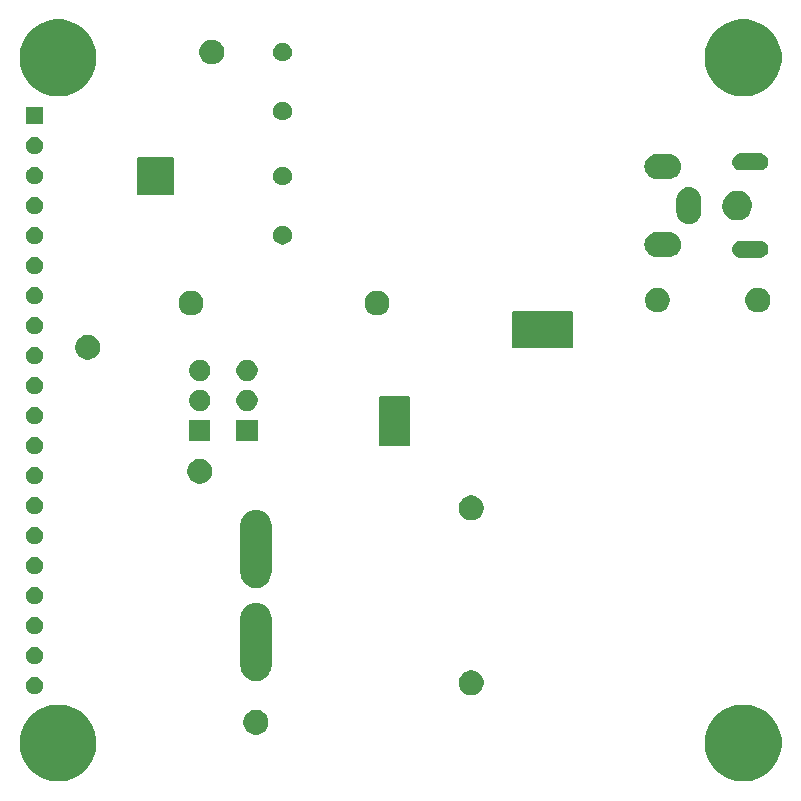
<source format=gbr>
G04 #@! TF.GenerationSoftware,KiCad,Pcbnew,(5.1.6)-1*
G04 #@! TF.CreationDate,2020-11-06T20:10:37-08:00*
G04 #@! TF.ProjectId,IRIS-power,49524953-2d70-46f7-9765-722e6b696361,rev?*
G04 #@! TF.SameCoordinates,Original*
G04 #@! TF.FileFunction,Soldermask,Bot*
G04 #@! TF.FilePolarity,Negative*
%FSLAX46Y46*%
G04 Gerber Fmt 4.6, Leading zero omitted, Abs format (unit mm)*
G04 Created by KiCad (PCBNEW (5.1.6)-1) date 2020-11-06 20:10:37*
%MOMM*%
%LPD*%
G01*
G04 APERTURE LIST*
%ADD10C,0.200000*%
%ADD11C,0.100000*%
G04 APERTURE END LIST*
D10*
G36*
X33250000Y-3750000D02*
G01*
X30750000Y-3750000D01*
X30750000Y250000D01*
X33250000Y250000D01*
X33250000Y-3750000D01*
G37*
X33250000Y-3750000D02*
X30750000Y-3750000D01*
X30750000Y250000D01*
X33250000Y250000D01*
X33250000Y-3750000D01*
G36*
X13250000Y17500000D02*
G01*
X10250000Y17500000D01*
X10250000Y20500000D01*
X13250000Y20500000D01*
X13250000Y17500000D01*
G37*
X13250000Y17500000D02*
X10250000Y17500000D01*
X10250000Y20500000D01*
X13250000Y20500000D01*
X13250000Y17500000D01*
G36*
X47000000Y4500000D02*
G01*
X42000000Y4500000D01*
X42000000Y7500000D01*
X47000000Y7500000D01*
X47000000Y4500000D01*
G37*
X47000000Y4500000D02*
X42000000Y4500000D01*
X42000000Y7500000D01*
X47000000Y7500000D01*
X47000000Y4500000D01*
D11*
G36*
X62134239Y-25811467D02*
G01*
X62448282Y-25873934D01*
X63039926Y-26119001D01*
X63338670Y-26318616D01*
X63572391Y-26474783D01*
X64025217Y-26927609D01*
X64035792Y-26943436D01*
X64380999Y-27460074D01*
X64571495Y-27919973D01*
X64626066Y-28051719D01*
X64751000Y-28679803D01*
X64751000Y-29320197D01*
X64688533Y-29634239D01*
X64626066Y-29948282D01*
X64380999Y-30539926D01*
X64025216Y-31072392D01*
X63572392Y-31525216D01*
X63039926Y-31880999D01*
X62448282Y-32126066D01*
X62134239Y-32188533D01*
X61820197Y-32251000D01*
X61179803Y-32251000D01*
X60865761Y-32188533D01*
X60551718Y-32126066D01*
X59960074Y-31880999D01*
X59427608Y-31525216D01*
X58974784Y-31072392D01*
X58619001Y-30539926D01*
X58373934Y-29948282D01*
X58311467Y-29634239D01*
X58249000Y-29320197D01*
X58249000Y-28679803D01*
X58373934Y-28051719D01*
X58428505Y-27919973D01*
X58619001Y-27460074D01*
X58964208Y-26943436D01*
X58974783Y-26927609D01*
X59427609Y-26474783D01*
X59661330Y-26318616D01*
X59960074Y-26119001D01*
X60551718Y-25873934D01*
X60865761Y-25811467D01*
X61179803Y-25749000D01*
X61820197Y-25749000D01*
X62134239Y-25811467D01*
G37*
G36*
X4134239Y-25811467D02*
G01*
X4448282Y-25873934D01*
X5039926Y-26119001D01*
X5338670Y-26318616D01*
X5572391Y-26474783D01*
X6025217Y-26927609D01*
X6035792Y-26943436D01*
X6380999Y-27460074D01*
X6571495Y-27919973D01*
X6626066Y-28051719D01*
X6751000Y-28679803D01*
X6751000Y-29320197D01*
X6688533Y-29634239D01*
X6626066Y-29948282D01*
X6380999Y-30539926D01*
X6025216Y-31072392D01*
X5572392Y-31525216D01*
X5039926Y-31880999D01*
X4448282Y-32126066D01*
X4134239Y-32188533D01*
X3820197Y-32251000D01*
X3179803Y-32251000D01*
X2865761Y-32188533D01*
X2551718Y-32126066D01*
X1960074Y-31880999D01*
X1427608Y-31525216D01*
X974784Y-31072392D01*
X619001Y-30539926D01*
X373934Y-29948282D01*
X311467Y-29634239D01*
X249000Y-29320197D01*
X249000Y-28679803D01*
X373934Y-28051719D01*
X428505Y-27919973D01*
X619001Y-27460074D01*
X964208Y-26943436D01*
X974783Y-26927609D01*
X1427609Y-26474783D01*
X1661330Y-26318616D01*
X1960074Y-26119001D01*
X2551718Y-25873934D01*
X2865761Y-25811467D01*
X3179803Y-25749000D01*
X3820197Y-25749000D01*
X4134239Y-25811467D01*
G37*
G36*
X20556564Y-26239389D02*
G01*
X20747833Y-26318615D01*
X20747835Y-26318616D01*
X20849237Y-26386371D01*
X20919973Y-26433635D01*
X21066365Y-26580027D01*
X21181385Y-26752167D01*
X21260611Y-26943436D01*
X21301000Y-27146484D01*
X21301000Y-27353516D01*
X21260611Y-27556564D01*
X21246579Y-27590440D01*
X21181384Y-27747835D01*
X21066365Y-27919973D01*
X20919973Y-28066365D01*
X20747835Y-28181384D01*
X20747834Y-28181385D01*
X20747833Y-28181385D01*
X20556564Y-28260611D01*
X20353516Y-28301000D01*
X20146484Y-28301000D01*
X19943436Y-28260611D01*
X19752167Y-28181385D01*
X19752166Y-28181385D01*
X19752165Y-28181384D01*
X19580027Y-28066365D01*
X19433635Y-27919973D01*
X19318616Y-27747835D01*
X19253421Y-27590440D01*
X19239389Y-27556564D01*
X19199000Y-27353516D01*
X19199000Y-27146484D01*
X19239389Y-26943436D01*
X19318615Y-26752167D01*
X19433635Y-26580027D01*
X19580027Y-26433635D01*
X19650763Y-26386371D01*
X19752165Y-26318616D01*
X19752167Y-26318615D01*
X19943436Y-26239389D01*
X20146484Y-26199000D01*
X20353516Y-26199000D01*
X20556564Y-26239389D01*
G37*
G36*
X38786564Y-22889389D02*
G01*
X38977833Y-22968615D01*
X38977835Y-22968616D01*
X39149973Y-23083635D01*
X39296365Y-23230027D01*
X39381077Y-23356807D01*
X39411385Y-23402167D01*
X39490611Y-23593436D01*
X39531000Y-23796484D01*
X39531000Y-24003516D01*
X39490611Y-24206564D01*
X39433401Y-24344682D01*
X39411384Y-24397835D01*
X39296365Y-24569973D01*
X39149973Y-24716365D01*
X38977835Y-24831384D01*
X38977834Y-24831385D01*
X38977833Y-24831385D01*
X38786564Y-24910611D01*
X38583516Y-24951000D01*
X38376484Y-24951000D01*
X38173436Y-24910611D01*
X37982167Y-24831385D01*
X37982166Y-24831385D01*
X37982165Y-24831384D01*
X37810027Y-24716365D01*
X37663635Y-24569973D01*
X37548616Y-24397835D01*
X37526599Y-24344682D01*
X37469389Y-24206564D01*
X37429000Y-24003516D01*
X37429000Y-23796484D01*
X37469389Y-23593436D01*
X37548615Y-23402167D01*
X37578924Y-23356807D01*
X37663635Y-23230027D01*
X37810027Y-23083635D01*
X37982165Y-22968616D01*
X37982167Y-22968615D01*
X38173436Y-22889389D01*
X38376484Y-22849000D01*
X38583516Y-22849000D01*
X38786564Y-22889389D01*
G37*
G36*
X1643586Y-23408142D02*
G01*
X1714683Y-23422284D01*
X1848627Y-23477765D01*
X1848628Y-23477766D01*
X1969170Y-23558309D01*
X2071691Y-23660830D01*
X2111284Y-23720086D01*
X2152235Y-23781373D01*
X2207716Y-23915317D01*
X2207716Y-23915318D01*
X2236000Y-24057509D01*
X2236000Y-24202491D01*
X2207716Y-24344683D01*
X2152235Y-24478627D01*
X2152234Y-24478628D01*
X2071691Y-24599170D01*
X1969170Y-24701691D01*
X1878763Y-24762098D01*
X1848627Y-24782235D01*
X1714683Y-24837716D01*
X1572491Y-24866000D01*
X1427509Y-24866000D01*
X1285317Y-24837716D01*
X1151373Y-24782235D01*
X1121237Y-24762098D01*
X1030830Y-24701691D01*
X928309Y-24599170D01*
X847766Y-24478628D01*
X847765Y-24478627D01*
X792284Y-24344683D01*
X764000Y-24202491D01*
X764000Y-24057509D01*
X792284Y-23915318D01*
X792284Y-23915317D01*
X847765Y-23781373D01*
X888716Y-23720086D01*
X928309Y-23660830D01*
X1030830Y-23558309D01*
X1151372Y-23477766D01*
X1151373Y-23477765D01*
X1285317Y-23422284D01*
X1356414Y-23408142D01*
X1427509Y-23394000D01*
X1572491Y-23394000D01*
X1643586Y-23408142D01*
G37*
G36*
X20508961Y-17153914D02*
G01*
X20757971Y-17229451D01*
X20757973Y-17229452D01*
X20987458Y-17352114D01*
X21188608Y-17517192D01*
X21353685Y-17718341D01*
X21476349Y-17947829D01*
X21551886Y-18196839D01*
X21571000Y-18390910D01*
X21571000Y-22483090D01*
X21551886Y-22677161D01*
X21487506Y-22889390D01*
X21476348Y-22926173D01*
X21353686Y-23155659D01*
X21188607Y-23356807D01*
X20987457Y-23521886D01*
X20853596Y-23593436D01*
X20757970Y-23644549D01*
X20508960Y-23720086D01*
X20250000Y-23745591D01*
X19991039Y-23720086D01*
X19742029Y-23644549D01*
X19646403Y-23593436D01*
X19512541Y-23521886D01*
X19311393Y-23356807D01*
X19146314Y-23155657D01*
X19023652Y-22926172D01*
X19000242Y-22849000D01*
X18948114Y-22677160D01*
X18929000Y-22483089D01*
X18929001Y-18390910D01*
X18948115Y-18196839D01*
X19023652Y-17947829D01*
X19146316Y-17718341D01*
X19311393Y-17517192D01*
X19512543Y-17352114D01*
X19742028Y-17229452D01*
X19742030Y-17229451D01*
X19991040Y-17153914D01*
X20250000Y-17128409D01*
X20508961Y-17153914D01*
G37*
G36*
X1643586Y-20868142D02*
G01*
X1714683Y-20882284D01*
X1848627Y-20937765D01*
X1848628Y-20937766D01*
X1969170Y-21018309D01*
X2071691Y-21120830D01*
X2132098Y-21211236D01*
X2152235Y-21241373D01*
X2207716Y-21375317D01*
X2236000Y-21517510D01*
X2236000Y-21662490D01*
X2207716Y-21804683D01*
X2152235Y-21938627D01*
X2152234Y-21938628D01*
X2071691Y-22059170D01*
X1969170Y-22161691D01*
X1878763Y-22222098D01*
X1848627Y-22242235D01*
X1714683Y-22297716D01*
X1572491Y-22326000D01*
X1427509Y-22326000D01*
X1285317Y-22297716D01*
X1151373Y-22242235D01*
X1121236Y-22222098D01*
X1030830Y-22161691D01*
X928309Y-22059170D01*
X847766Y-21938628D01*
X847765Y-21938627D01*
X792284Y-21804683D01*
X764000Y-21662490D01*
X764000Y-21517510D01*
X792284Y-21375317D01*
X847765Y-21241373D01*
X867902Y-21211236D01*
X928309Y-21120830D01*
X1030830Y-21018309D01*
X1151372Y-20937766D01*
X1151373Y-20937765D01*
X1285317Y-20882284D01*
X1356414Y-20868142D01*
X1427509Y-20854000D01*
X1572491Y-20854000D01*
X1643586Y-20868142D01*
G37*
G36*
X1714683Y-18342284D02*
G01*
X1848627Y-18397765D01*
X1848628Y-18397766D01*
X1969170Y-18478309D01*
X2071691Y-18580830D01*
X2132098Y-18671236D01*
X2152235Y-18701373D01*
X2207716Y-18835317D01*
X2236000Y-18977510D01*
X2236000Y-19122490D01*
X2207716Y-19264683D01*
X2152235Y-19398627D01*
X2152234Y-19398628D01*
X2071691Y-19519170D01*
X1969170Y-19621691D01*
X1878763Y-19682098D01*
X1848627Y-19702235D01*
X1714683Y-19757716D01*
X1643586Y-19771858D01*
X1572491Y-19786000D01*
X1427509Y-19786000D01*
X1356414Y-19771858D01*
X1285317Y-19757716D01*
X1151373Y-19702235D01*
X1121237Y-19682098D01*
X1030830Y-19621691D01*
X928309Y-19519170D01*
X847766Y-19398628D01*
X847765Y-19398627D01*
X792284Y-19264683D01*
X764000Y-19122490D01*
X764000Y-18977510D01*
X792284Y-18835317D01*
X847765Y-18701373D01*
X867902Y-18671236D01*
X928309Y-18580830D01*
X1030830Y-18478309D01*
X1151372Y-18397766D01*
X1151373Y-18397765D01*
X1285317Y-18342284D01*
X1427509Y-18314000D01*
X1572491Y-18314000D01*
X1714683Y-18342284D01*
G37*
G36*
X1714683Y-15802284D02*
G01*
X1848627Y-15857765D01*
X1848628Y-15857766D01*
X1969170Y-15938309D01*
X2071691Y-16040830D01*
X2132098Y-16131236D01*
X2152235Y-16161373D01*
X2207716Y-16295317D01*
X2236000Y-16437510D01*
X2236000Y-16582490D01*
X2207716Y-16724683D01*
X2152235Y-16858627D01*
X2152234Y-16858628D01*
X2071691Y-16979170D01*
X1969170Y-17081691D01*
X1899251Y-17128409D01*
X1848627Y-17162235D01*
X1714683Y-17217716D01*
X1655687Y-17229451D01*
X1572491Y-17246000D01*
X1427509Y-17246000D01*
X1344313Y-17229451D01*
X1285317Y-17217716D01*
X1151373Y-17162235D01*
X1100749Y-17128409D01*
X1030830Y-17081691D01*
X928309Y-16979170D01*
X847766Y-16858628D01*
X847765Y-16858627D01*
X792284Y-16724683D01*
X764000Y-16582490D01*
X764000Y-16437510D01*
X792284Y-16295317D01*
X847765Y-16161373D01*
X867902Y-16131236D01*
X928309Y-16040830D01*
X1030830Y-15938309D01*
X1151372Y-15857766D01*
X1151373Y-15857765D01*
X1285317Y-15802284D01*
X1427509Y-15774000D01*
X1572491Y-15774000D01*
X1714683Y-15802284D01*
G37*
G36*
X20508961Y-9279914D02*
G01*
X20757971Y-9355451D01*
X20757973Y-9355452D01*
X20987458Y-9478114D01*
X21188608Y-9643192D01*
X21353685Y-9844341D01*
X21476349Y-10073829D01*
X21551886Y-10322839D01*
X21551886Y-10322841D01*
X21571000Y-10516909D01*
X21571000Y-14609091D01*
X21569705Y-14622235D01*
X21551886Y-14803161D01*
X21476349Y-15052170D01*
X21476348Y-15052173D01*
X21353686Y-15281659D01*
X21188607Y-15482807D01*
X20987457Y-15647886D01*
X20757972Y-15770548D01*
X20757970Y-15770549D01*
X20508960Y-15846086D01*
X20250000Y-15871591D01*
X19991039Y-15846086D01*
X19742029Y-15770549D01*
X19742027Y-15770548D01*
X19512541Y-15647886D01*
X19311393Y-15482807D01*
X19146314Y-15281657D01*
X19023652Y-15052172D01*
X19023651Y-15052170D01*
X18948114Y-14803160D01*
X18929000Y-14609089D01*
X18929001Y-10516910D01*
X18948115Y-10322839D01*
X19023652Y-10073829D01*
X19146316Y-9844341D01*
X19311393Y-9643192D01*
X19512543Y-9478114D01*
X19742028Y-9355452D01*
X19742030Y-9355451D01*
X19991040Y-9279914D01*
X20250000Y-9254409D01*
X20508961Y-9279914D01*
G37*
G36*
X1643586Y-13248142D02*
G01*
X1714683Y-13262284D01*
X1848627Y-13317765D01*
X1848628Y-13317766D01*
X1969170Y-13398309D01*
X2071691Y-13500830D01*
X2132098Y-13591236D01*
X2152235Y-13621373D01*
X2207716Y-13755317D01*
X2236000Y-13897510D01*
X2236000Y-14042490D01*
X2207716Y-14184683D01*
X2152235Y-14318627D01*
X2152234Y-14318628D01*
X2071691Y-14439170D01*
X1969170Y-14541691D01*
X1878764Y-14602098D01*
X1848627Y-14622235D01*
X1714683Y-14677716D01*
X1643586Y-14691858D01*
X1572491Y-14706000D01*
X1427509Y-14706000D01*
X1356414Y-14691858D01*
X1285317Y-14677716D01*
X1151373Y-14622235D01*
X1121236Y-14602098D01*
X1030830Y-14541691D01*
X928309Y-14439170D01*
X847766Y-14318628D01*
X847765Y-14318627D01*
X792284Y-14184683D01*
X764000Y-14042490D01*
X764000Y-13897510D01*
X792284Y-13755317D01*
X847765Y-13621373D01*
X867902Y-13591236D01*
X928309Y-13500830D01*
X1030830Y-13398309D01*
X1151372Y-13317766D01*
X1151373Y-13317765D01*
X1285317Y-13262284D01*
X1356414Y-13248142D01*
X1427509Y-13234000D01*
X1572491Y-13234000D01*
X1643586Y-13248142D01*
G37*
G36*
X1714683Y-10722284D02*
G01*
X1848627Y-10777765D01*
X1848628Y-10777766D01*
X1969170Y-10858309D01*
X2071691Y-10960830D01*
X2132098Y-11051236D01*
X2152235Y-11081373D01*
X2207716Y-11215317D01*
X2236000Y-11357510D01*
X2236000Y-11502490D01*
X2207716Y-11644683D01*
X2152235Y-11778627D01*
X2152234Y-11778628D01*
X2071691Y-11899170D01*
X1969170Y-12001691D01*
X1878763Y-12062098D01*
X1848627Y-12082235D01*
X1714683Y-12137716D01*
X1643586Y-12151858D01*
X1572491Y-12166000D01*
X1427509Y-12166000D01*
X1356414Y-12151858D01*
X1285317Y-12137716D01*
X1151373Y-12082235D01*
X1121237Y-12062098D01*
X1030830Y-12001691D01*
X928309Y-11899170D01*
X847766Y-11778628D01*
X847765Y-11778627D01*
X792284Y-11644683D01*
X764000Y-11502490D01*
X764000Y-11357510D01*
X792284Y-11215317D01*
X847765Y-11081373D01*
X867902Y-11051236D01*
X928309Y-10960830D01*
X1030830Y-10858309D01*
X1151372Y-10777766D01*
X1151373Y-10777765D01*
X1285317Y-10722284D01*
X1427509Y-10694000D01*
X1572491Y-10694000D01*
X1714683Y-10722284D01*
G37*
G36*
X38786564Y-8089389D02*
G01*
X38942549Y-8154000D01*
X38977835Y-8168616D01*
X39081324Y-8237765D01*
X39149973Y-8283635D01*
X39296365Y-8430027D01*
X39411385Y-8602167D01*
X39490611Y-8793436D01*
X39531000Y-8996484D01*
X39531000Y-9203516D01*
X39490611Y-9406564D01*
X39434415Y-9542234D01*
X39411384Y-9597835D01*
X39296365Y-9769973D01*
X39149973Y-9916365D01*
X38977835Y-10031384D01*
X38977834Y-10031385D01*
X38977833Y-10031385D01*
X38786564Y-10110611D01*
X38583516Y-10151000D01*
X38376484Y-10151000D01*
X38173436Y-10110611D01*
X37982167Y-10031385D01*
X37982166Y-10031385D01*
X37982165Y-10031384D01*
X37810027Y-9916365D01*
X37663635Y-9769973D01*
X37548616Y-9597835D01*
X37525585Y-9542234D01*
X37469389Y-9406564D01*
X37429000Y-9203516D01*
X37429000Y-8996484D01*
X37469389Y-8793436D01*
X37548615Y-8602167D01*
X37663635Y-8430027D01*
X37810027Y-8283635D01*
X37878676Y-8237765D01*
X37982165Y-8168616D01*
X38017451Y-8154000D01*
X38173436Y-8089389D01*
X38376484Y-8049000D01*
X38583516Y-8049000D01*
X38786564Y-8089389D01*
G37*
G36*
X1714683Y-8182284D02*
G01*
X1848627Y-8237765D01*
X1848628Y-8237766D01*
X1969170Y-8318309D01*
X2071691Y-8420830D01*
X2132098Y-8511236D01*
X2152235Y-8541373D01*
X2207716Y-8675317D01*
X2207716Y-8675318D01*
X2231212Y-8793436D01*
X2236000Y-8817510D01*
X2236000Y-8962490D01*
X2207716Y-9104683D01*
X2152235Y-9238627D01*
X2152234Y-9238628D01*
X2071691Y-9359170D01*
X1969170Y-9461691D01*
X1878763Y-9522098D01*
X1848627Y-9542235D01*
X1714683Y-9597716D01*
X1643586Y-9611858D01*
X1572491Y-9626000D01*
X1427509Y-9626000D01*
X1356414Y-9611858D01*
X1285317Y-9597716D01*
X1151373Y-9542235D01*
X1121237Y-9522098D01*
X1030830Y-9461691D01*
X928309Y-9359170D01*
X847766Y-9238628D01*
X847765Y-9238627D01*
X792284Y-9104683D01*
X764000Y-8962490D01*
X764000Y-8817510D01*
X768789Y-8793436D01*
X792284Y-8675318D01*
X792284Y-8675317D01*
X847765Y-8541373D01*
X867902Y-8511236D01*
X928309Y-8420830D01*
X1030830Y-8318309D01*
X1151372Y-8237766D01*
X1151373Y-8237765D01*
X1285317Y-8182284D01*
X1427509Y-8154000D01*
X1572491Y-8154000D01*
X1714683Y-8182284D01*
G37*
G36*
X1714683Y-5642284D02*
G01*
X1848627Y-5697765D01*
X1848628Y-5697766D01*
X1969170Y-5778309D01*
X2071691Y-5880830D01*
X2132098Y-5971236D01*
X2152235Y-6001373D01*
X2207716Y-6135317D01*
X2236000Y-6277510D01*
X2236000Y-6422490D01*
X2207716Y-6564683D01*
X2152235Y-6698627D01*
X2152234Y-6698628D01*
X2071691Y-6819170D01*
X1969170Y-6921691D01*
X1878764Y-6982098D01*
X1848627Y-7002235D01*
X1714683Y-7057716D01*
X1643586Y-7071858D01*
X1572491Y-7086000D01*
X1427509Y-7086000D01*
X1356414Y-7071858D01*
X1285317Y-7057716D01*
X1151373Y-7002235D01*
X1121236Y-6982098D01*
X1030830Y-6921691D01*
X928309Y-6819170D01*
X847766Y-6698628D01*
X847765Y-6698627D01*
X792284Y-6564683D01*
X764000Y-6422490D01*
X764000Y-6277510D01*
X792284Y-6135317D01*
X847765Y-6001373D01*
X867902Y-5971237D01*
X928309Y-5880830D01*
X1030830Y-5778309D01*
X1151372Y-5697766D01*
X1151373Y-5697765D01*
X1285317Y-5642284D01*
X1427509Y-5614000D01*
X1572491Y-5614000D01*
X1714683Y-5642284D01*
G37*
G36*
X15806564Y-4989389D02*
G01*
X15997833Y-5068615D01*
X15997835Y-5068616D01*
X16169973Y-5183635D01*
X16316365Y-5330027D01*
X16431385Y-5502167D01*
X16510611Y-5693436D01*
X16551000Y-5896484D01*
X16551000Y-6103516D01*
X16510611Y-6306564D01*
X16431385Y-6497833D01*
X16431384Y-6497835D01*
X16316365Y-6669973D01*
X16169973Y-6816365D01*
X15997835Y-6931384D01*
X15997834Y-6931385D01*
X15997833Y-6931385D01*
X15806564Y-7010611D01*
X15603516Y-7051000D01*
X15396484Y-7051000D01*
X15193436Y-7010611D01*
X15002167Y-6931385D01*
X15002166Y-6931385D01*
X15002165Y-6931384D01*
X14830027Y-6816365D01*
X14683635Y-6669973D01*
X14568616Y-6497835D01*
X14568615Y-6497833D01*
X14489389Y-6306564D01*
X14449000Y-6103516D01*
X14449000Y-5896484D01*
X14489389Y-5693436D01*
X14568615Y-5502167D01*
X14683635Y-5330027D01*
X14830027Y-5183635D01*
X15002165Y-5068616D01*
X15002167Y-5068615D01*
X15193436Y-4989389D01*
X15396484Y-4949000D01*
X15603516Y-4949000D01*
X15806564Y-4989389D01*
G37*
G36*
X1643586Y-3088142D02*
G01*
X1714683Y-3102284D01*
X1848627Y-3157765D01*
X1848628Y-3157766D01*
X1969170Y-3238309D01*
X2071691Y-3340830D01*
X2132098Y-3431236D01*
X2152235Y-3461373D01*
X2207716Y-3595317D01*
X2236000Y-3737510D01*
X2236000Y-3882490D01*
X2207716Y-4024683D01*
X2152235Y-4158627D01*
X2152234Y-4158628D01*
X2071691Y-4279170D01*
X1969170Y-4381691D01*
X1878763Y-4442098D01*
X1848627Y-4462235D01*
X1714683Y-4517716D01*
X1643586Y-4531858D01*
X1572491Y-4546000D01*
X1427509Y-4546000D01*
X1356414Y-4531858D01*
X1285317Y-4517716D01*
X1151373Y-4462235D01*
X1121236Y-4442098D01*
X1030830Y-4381691D01*
X928309Y-4279170D01*
X847766Y-4158628D01*
X847765Y-4158627D01*
X792284Y-4024683D01*
X764000Y-3882490D01*
X764000Y-3737510D01*
X792284Y-3595317D01*
X847765Y-3461373D01*
X867902Y-3431236D01*
X928309Y-3340830D01*
X1030830Y-3238309D01*
X1151372Y-3157766D01*
X1151373Y-3157765D01*
X1285317Y-3102284D01*
X1356414Y-3088142D01*
X1427509Y-3074000D01*
X1572491Y-3074000D01*
X1643586Y-3088142D01*
G37*
G36*
X20401000Y-3441000D02*
G01*
X18599000Y-3441000D01*
X18599000Y-1639000D01*
X20401000Y-1639000D01*
X20401000Y-3441000D01*
G37*
G36*
X16401000Y-3441000D02*
G01*
X14599000Y-3441000D01*
X14599000Y-1639000D01*
X16401000Y-1639000D01*
X16401000Y-3441000D01*
G37*
G36*
X1643586Y-548142D02*
G01*
X1714683Y-562284D01*
X1848627Y-617765D01*
X1848628Y-617766D01*
X1969170Y-698309D01*
X2071691Y-800830D01*
X2115486Y-866375D01*
X2152235Y-921373D01*
X2207716Y-1055317D01*
X2236000Y-1197510D01*
X2236000Y-1342490D01*
X2207716Y-1484683D01*
X2152235Y-1618627D01*
X2152234Y-1618628D01*
X2071691Y-1739170D01*
X1969170Y-1841691D01*
X1878763Y-1902098D01*
X1848627Y-1922235D01*
X1714683Y-1977716D01*
X1643586Y-1991858D01*
X1572491Y-2006000D01*
X1427509Y-2006000D01*
X1356414Y-1991858D01*
X1285317Y-1977716D01*
X1151373Y-1922235D01*
X1121236Y-1902098D01*
X1030830Y-1841691D01*
X928309Y-1739170D01*
X847766Y-1618628D01*
X847765Y-1618627D01*
X792284Y-1484683D01*
X764000Y-1342490D01*
X764000Y-1197510D01*
X792284Y-1055317D01*
X847765Y-921373D01*
X884514Y-866375D01*
X928309Y-800830D01*
X1030830Y-698309D01*
X1151372Y-617766D01*
X1151373Y-617765D01*
X1285317Y-562284D01*
X1356414Y-548142D01*
X1427509Y-534000D01*
X1572491Y-534000D01*
X1643586Y-548142D01*
G37*
G36*
X19613512Y896073D02*
G01*
X19762812Y866376D01*
X19926784Y798456D01*
X20074354Y699853D01*
X20199853Y574354D01*
X20298456Y426784D01*
X20366376Y262812D01*
X20401000Y88741D01*
X20401000Y-88741D01*
X20366376Y-262812D01*
X20298456Y-426784D01*
X20199853Y-574354D01*
X20074354Y-699853D01*
X19926784Y-798456D01*
X19762812Y-866376D01*
X19613512Y-896073D01*
X19588742Y-901000D01*
X19411258Y-901000D01*
X19386488Y-896073D01*
X19237188Y-866376D01*
X19073216Y-798456D01*
X18925646Y-699853D01*
X18800147Y-574354D01*
X18701544Y-426784D01*
X18633624Y-262812D01*
X18599000Y-88741D01*
X18599000Y88741D01*
X18633624Y262812D01*
X18701544Y426784D01*
X18800147Y574354D01*
X18925646Y699853D01*
X19073216Y798456D01*
X19237188Y866376D01*
X19386488Y896073D01*
X19411258Y901000D01*
X19588742Y901000D01*
X19613512Y896073D01*
G37*
G36*
X15613512Y896073D02*
G01*
X15762812Y866376D01*
X15926784Y798456D01*
X16074354Y699853D01*
X16199853Y574354D01*
X16298456Y426784D01*
X16366376Y262812D01*
X16401000Y88741D01*
X16401000Y-88741D01*
X16366376Y-262812D01*
X16298456Y-426784D01*
X16199853Y-574354D01*
X16074354Y-699853D01*
X15926784Y-798456D01*
X15762812Y-866376D01*
X15613512Y-896073D01*
X15588742Y-901000D01*
X15411258Y-901000D01*
X15386488Y-896073D01*
X15237188Y-866376D01*
X15073216Y-798456D01*
X14925646Y-699853D01*
X14800147Y-574354D01*
X14701544Y-426784D01*
X14633624Y-262812D01*
X14599000Y-88741D01*
X14599000Y88741D01*
X14633624Y262812D01*
X14701544Y426784D01*
X14800147Y574354D01*
X14925646Y699853D01*
X15073216Y798456D01*
X15237188Y866376D01*
X15386488Y896073D01*
X15411258Y901000D01*
X15588742Y901000D01*
X15613512Y896073D01*
G37*
G36*
X1643586Y1991858D02*
G01*
X1714683Y1977716D01*
X1848627Y1922235D01*
X1848628Y1922234D01*
X1969170Y1841691D01*
X2071691Y1739170D01*
X2115486Y1673625D01*
X2152235Y1618627D01*
X2207716Y1484683D01*
X2236000Y1342490D01*
X2236000Y1197510D01*
X2207716Y1055317D01*
X2152235Y921373D01*
X2152234Y921372D01*
X2071691Y800830D01*
X1969170Y698309D01*
X1878764Y637902D01*
X1848627Y617765D01*
X1714683Y562284D01*
X1643586Y548142D01*
X1572491Y534000D01*
X1427509Y534000D01*
X1356414Y548142D01*
X1285317Y562284D01*
X1151373Y617765D01*
X1121236Y637902D01*
X1030830Y698309D01*
X928309Y800830D01*
X847766Y921372D01*
X847765Y921373D01*
X792284Y1055317D01*
X764000Y1197510D01*
X764000Y1342490D01*
X792284Y1484683D01*
X847765Y1618627D01*
X884514Y1673625D01*
X928309Y1739170D01*
X1030830Y1841691D01*
X1151372Y1922234D01*
X1151373Y1922235D01*
X1285317Y1977716D01*
X1356414Y1991858D01*
X1427509Y2006000D01*
X1572491Y2006000D01*
X1643586Y1991858D01*
G37*
G36*
X19613512Y3436073D02*
G01*
X19762812Y3406376D01*
X19926784Y3338456D01*
X20074354Y3239853D01*
X20199853Y3114354D01*
X20298456Y2966784D01*
X20366376Y2802812D01*
X20401000Y2628741D01*
X20401000Y2451259D01*
X20366376Y2277188D01*
X20298456Y2113216D01*
X20199853Y1965646D01*
X20074354Y1840147D01*
X19926784Y1741544D01*
X19762812Y1673624D01*
X19613512Y1643927D01*
X19588742Y1639000D01*
X19411258Y1639000D01*
X19386488Y1643927D01*
X19237188Y1673624D01*
X19073216Y1741544D01*
X18925646Y1840147D01*
X18800147Y1965646D01*
X18701544Y2113216D01*
X18633624Y2277188D01*
X18599000Y2451259D01*
X18599000Y2628741D01*
X18633624Y2802812D01*
X18701544Y2966784D01*
X18800147Y3114354D01*
X18925646Y3239853D01*
X19073216Y3338456D01*
X19237188Y3406376D01*
X19386488Y3436073D01*
X19411258Y3441000D01*
X19588742Y3441000D01*
X19613512Y3436073D01*
G37*
G36*
X15613512Y3436073D02*
G01*
X15762812Y3406376D01*
X15926784Y3338456D01*
X16074354Y3239853D01*
X16199853Y3114354D01*
X16298456Y2966784D01*
X16366376Y2802812D01*
X16401000Y2628741D01*
X16401000Y2451259D01*
X16366376Y2277188D01*
X16298456Y2113216D01*
X16199853Y1965646D01*
X16074354Y1840147D01*
X15926784Y1741544D01*
X15762812Y1673624D01*
X15613512Y1643927D01*
X15588742Y1639000D01*
X15411258Y1639000D01*
X15386488Y1643927D01*
X15237188Y1673624D01*
X15073216Y1741544D01*
X14925646Y1840147D01*
X14800147Y1965646D01*
X14701544Y2113216D01*
X14633624Y2277188D01*
X14599000Y2451259D01*
X14599000Y2628741D01*
X14633624Y2802812D01*
X14701544Y2966784D01*
X14800147Y3114354D01*
X14925646Y3239853D01*
X15073216Y3338456D01*
X15237188Y3406376D01*
X15386488Y3436073D01*
X15411258Y3441000D01*
X15588742Y3441000D01*
X15613512Y3436073D01*
G37*
G36*
X1643586Y4531858D02*
G01*
X1714683Y4517716D01*
X1848627Y4462235D01*
X1848628Y4462234D01*
X1969170Y4381691D01*
X2071691Y4279170D01*
X2128976Y4193436D01*
X2152235Y4158627D01*
X2207716Y4024683D01*
X2236000Y3882490D01*
X2236000Y3737510D01*
X2207716Y3595317D01*
X2152235Y3461373D01*
X2138622Y3441000D01*
X2071691Y3340830D01*
X1969170Y3238309D01*
X1878764Y3177902D01*
X1848627Y3157765D01*
X1714683Y3102284D01*
X1643586Y3088142D01*
X1572491Y3074000D01*
X1427509Y3074000D01*
X1356414Y3088142D01*
X1285317Y3102284D01*
X1151373Y3157765D01*
X1121236Y3177902D01*
X1030830Y3238309D01*
X928309Y3340830D01*
X861378Y3441000D01*
X847765Y3461373D01*
X792284Y3595317D01*
X764000Y3737510D01*
X764000Y3882490D01*
X792284Y4024683D01*
X847765Y4158627D01*
X871024Y4193436D01*
X928309Y4279170D01*
X1030830Y4381691D01*
X1151372Y4462234D01*
X1151373Y4462235D01*
X1285317Y4517716D01*
X1356414Y4531858D01*
X1427509Y4546000D01*
X1572491Y4546000D01*
X1643586Y4531858D01*
G37*
G36*
X6306564Y5510611D02*
G01*
X6497833Y5431385D01*
X6497835Y5431384D01*
X6669973Y5316365D01*
X6816365Y5169973D01*
X6931385Y4997833D01*
X7010611Y4806564D01*
X7051000Y4603516D01*
X7051000Y4396484D01*
X7010611Y4193436D01*
X6940711Y4024683D01*
X6931384Y4002165D01*
X6816365Y3830027D01*
X6669973Y3683635D01*
X6497835Y3568616D01*
X6497834Y3568615D01*
X6497833Y3568615D01*
X6306564Y3489389D01*
X6103516Y3449000D01*
X5896484Y3449000D01*
X5693436Y3489389D01*
X5502167Y3568615D01*
X5502166Y3568615D01*
X5502165Y3568616D01*
X5330027Y3683635D01*
X5183635Y3830027D01*
X5068616Y4002165D01*
X5059289Y4024683D01*
X4989389Y4193436D01*
X4949000Y4396484D01*
X4949000Y4603516D01*
X4989389Y4806564D01*
X5068615Y4997833D01*
X5183635Y5169973D01*
X5330027Y5316365D01*
X5502165Y5431384D01*
X5502167Y5431385D01*
X5693436Y5510611D01*
X5896484Y5551000D01*
X6103516Y5551000D01*
X6306564Y5510611D01*
G37*
G36*
X1643586Y7071858D02*
G01*
X1714683Y7057716D01*
X1848627Y7002235D01*
X1848628Y7002234D01*
X1969170Y6921691D01*
X2071691Y6819170D01*
X2132098Y6728763D01*
X2152235Y6698627D01*
X2207716Y6564683D01*
X2236000Y6422490D01*
X2236000Y6277510D01*
X2207716Y6135317D01*
X2152235Y6001373D01*
X2152234Y6001372D01*
X2071691Y5880830D01*
X1969170Y5778309D01*
X1878763Y5717902D01*
X1848627Y5697765D01*
X1714683Y5642284D01*
X1572491Y5614000D01*
X1427509Y5614000D01*
X1285317Y5642284D01*
X1151373Y5697765D01*
X1121237Y5717902D01*
X1030830Y5778309D01*
X928309Y5880830D01*
X847766Y6001372D01*
X847765Y6001373D01*
X792284Y6135317D01*
X764000Y6277510D01*
X764000Y6422490D01*
X792284Y6564683D01*
X847765Y6698627D01*
X867902Y6728763D01*
X928309Y6819170D01*
X1030830Y6921691D01*
X1151372Y7002234D01*
X1151373Y7002235D01*
X1285317Y7057716D01*
X1356414Y7071858D01*
X1427509Y7086000D01*
X1572491Y7086000D01*
X1643586Y7071858D01*
G37*
G36*
X15056564Y9260611D02*
G01*
X15247833Y9181385D01*
X15247835Y9181384D01*
X15419973Y9066365D01*
X15566365Y8919973D01*
X15642143Y8806564D01*
X15681385Y8747833D01*
X15760611Y8556564D01*
X15801000Y8353516D01*
X15801000Y8146484D01*
X15760611Y7943436D01*
X15681385Y7752167D01*
X15681384Y7752165D01*
X15566365Y7580027D01*
X15419973Y7433635D01*
X15247835Y7318616D01*
X15247834Y7318615D01*
X15247833Y7318615D01*
X15056564Y7239389D01*
X14853516Y7199000D01*
X14646484Y7199000D01*
X14443436Y7239389D01*
X14252167Y7318615D01*
X14252166Y7318615D01*
X14252165Y7318616D01*
X14080027Y7433635D01*
X13933635Y7580027D01*
X13818616Y7752165D01*
X13818615Y7752167D01*
X13739389Y7943436D01*
X13699000Y8146484D01*
X13699000Y8353516D01*
X13739389Y8556564D01*
X13818615Y8747833D01*
X13857858Y8806564D01*
X13933635Y8919973D01*
X14080027Y9066365D01*
X14252165Y9181384D01*
X14252167Y9181385D01*
X14443436Y9260611D01*
X14646484Y9301000D01*
X14853516Y9301000D01*
X15056564Y9260611D01*
G37*
G36*
X30806564Y9260611D02*
G01*
X30997833Y9181385D01*
X30997835Y9181384D01*
X31169973Y9066365D01*
X31316365Y8919973D01*
X31392143Y8806564D01*
X31431385Y8747833D01*
X31510611Y8556564D01*
X31551000Y8353516D01*
X31551000Y8146484D01*
X31510611Y7943436D01*
X31431385Y7752167D01*
X31431384Y7752165D01*
X31316365Y7580027D01*
X31169973Y7433635D01*
X30997835Y7318616D01*
X30997834Y7318615D01*
X30997833Y7318615D01*
X30806564Y7239389D01*
X30603516Y7199000D01*
X30396484Y7199000D01*
X30193436Y7239389D01*
X30002167Y7318615D01*
X30002166Y7318615D01*
X30002165Y7318616D01*
X29830027Y7433635D01*
X29683635Y7580027D01*
X29568616Y7752165D01*
X29568615Y7752167D01*
X29489389Y7943436D01*
X29449000Y8146484D01*
X29449000Y8353516D01*
X29489389Y8556564D01*
X29568615Y8747833D01*
X29607858Y8806564D01*
X29683635Y8919973D01*
X29830027Y9066365D01*
X30002165Y9181384D01*
X30002167Y9181385D01*
X30193436Y9260611D01*
X30396484Y9301000D01*
X30603516Y9301000D01*
X30806564Y9260611D01*
G37*
G36*
X54556564Y9510611D02*
G01*
X54747833Y9431385D01*
X54747835Y9431384D01*
X54919973Y9316365D01*
X55066365Y9169973D01*
X55135594Y9066365D01*
X55181385Y8997833D01*
X55260611Y8806564D01*
X55301000Y8603516D01*
X55301000Y8396484D01*
X55260611Y8193436D01*
X55181385Y8002167D01*
X55181384Y8002165D01*
X55066365Y7830027D01*
X54919973Y7683635D01*
X54747835Y7568616D01*
X54747834Y7568615D01*
X54747833Y7568615D01*
X54556564Y7489389D01*
X54353516Y7449000D01*
X54146484Y7449000D01*
X53943436Y7489389D01*
X53752167Y7568615D01*
X53752166Y7568615D01*
X53752165Y7568616D01*
X53580027Y7683635D01*
X53433635Y7830027D01*
X53318616Y8002165D01*
X53318615Y8002167D01*
X53239389Y8193436D01*
X53199000Y8396484D01*
X53199000Y8603516D01*
X53239389Y8806564D01*
X53318615Y8997833D01*
X53364407Y9066365D01*
X53433635Y9169973D01*
X53580027Y9316365D01*
X53752165Y9431384D01*
X53752167Y9431385D01*
X53943436Y9510611D01*
X54146484Y9551000D01*
X54353516Y9551000D01*
X54556564Y9510611D01*
G37*
G36*
X63056564Y9510611D02*
G01*
X63247833Y9431385D01*
X63247835Y9431384D01*
X63419973Y9316365D01*
X63566365Y9169973D01*
X63635594Y9066365D01*
X63681385Y8997833D01*
X63760611Y8806564D01*
X63801000Y8603516D01*
X63801000Y8396484D01*
X63760611Y8193436D01*
X63681385Y8002167D01*
X63681384Y8002165D01*
X63566365Y7830027D01*
X63419973Y7683635D01*
X63247835Y7568616D01*
X63247834Y7568615D01*
X63247833Y7568615D01*
X63056564Y7489389D01*
X62853516Y7449000D01*
X62646484Y7449000D01*
X62443436Y7489389D01*
X62252167Y7568615D01*
X62252166Y7568615D01*
X62252165Y7568616D01*
X62080027Y7683635D01*
X61933635Y7830027D01*
X61818616Y8002165D01*
X61818615Y8002167D01*
X61739389Y8193436D01*
X61699000Y8396484D01*
X61699000Y8603516D01*
X61739389Y8806564D01*
X61818615Y8997833D01*
X61864407Y9066365D01*
X61933635Y9169973D01*
X62080027Y9316365D01*
X62252165Y9431384D01*
X62252167Y9431385D01*
X62443436Y9510611D01*
X62646484Y9551000D01*
X62853516Y9551000D01*
X63056564Y9510611D01*
G37*
G36*
X1643586Y9611858D02*
G01*
X1714683Y9597716D01*
X1848627Y9542235D01*
X1848628Y9542234D01*
X1969170Y9461691D01*
X2071691Y9359170D01*
X2132098Y9268763D01*
X2152235Y9238627D01*
X2180672Y9169973D01*
X2207716Y9104682D01*
X2228970Y8997835D01*
X2236000Y8962490D01*
X2236000Y8817510D01*
X2207716Y8675317D01*
X2152235Y8541373D01*
X2152234Y8541372D01*
X2071691Y8420830D01*
X1969170Y8318309D01*
X1878764Y8257902D01*
X1848627Y8237765D01*
X1714683Y8182284D01*
X1572491Y8154000D01*
X1427509Y8154000D01*
X1285317Y8182284D01*
X1151373Y8237765D01*
X1121236Y8257902D01*
X1030830Y8318309D01*
X928309Y8420830D01*
X847766Y8541372D01*
X847765Y8541373D01*
X792284Y8675317D01*
X764000Y8817510D01*
X764000Y8962490D01*
X771031Y8997835D01*
X792284Y9104682D01*
X819328Y9169973D01*
X847765Y9238627D01*
X867902Y9268763D01*
X928309Y9359170D01*
X1030830Y9461691D01*
X1151372Y9542234D01*
X1151373Y9542235D01*
X1285317Y9597716D01*
X1356414Y9611858D01*
X1427509Y9626000D01*
X1572491Y9626000D01*
X1643586Y9611858D01*
G37*
G36*
X1643586Y12151858D02*
G01*
X1714683Y12137716D01*
X1848627Y12082235D01*
X1848628Y12082234D01*
X1969170Y12001691D01*
X2071691Y11899170D01*
X2132098Y11808764D01*
X2152235Y11778627D01*
X2207716Y11644683D01*
X2236000Y11502490D01*
X2236000Y11357510D01*
X2207716Y11215317D01*
X2152235Y11081373D01*
X2152234Y11081372D01*
X2071691Y10960830D01*
X1969170Y10858309D01*
X1878764Y10797902D01*
X1848627Y10777765D01*
X1714683Y10722284D01*
X1572491Y10694000D01*
X1427509Y10694000D01*
X1285317Y10722284D01*
X1151373Y10777765D01*
X1121237Y10797902D01*
X1030830Y10858309D01*
X928309Y10960830D01*
X847766Y11081372D01*
X847765Y11081373D01*
X792284Y11215317D01*
X764000Y11357510D01*
X764000Y11502490D01*
X792284Y11644683D01*
X847765Y11778627D01*
X867902Y11808764D01*
X928309Y11899170D01*
X1030830Y12001691D01*
X1151372Y12082234D01*
X1151373Y12082235D01*
X1285317Y12137716D01*
X1356414Y12151858D01*
X1427509Y12166000D01*
X1572491Y12166000D01*
X1643586Y12151858D01*
G37*
G36*
X62971213Y13522498D02*
G01*
X63042321Y13515495D01*
X63179172Y13473981D01*
X63179175Y13473980D01*
X63305294Y13406568D01*
X63415843Y13315843D01*
X63506568Y13205294D01*
X63573980Y13079175D01*
X63573981Y13079172D01*
X63615495Y12942321D01*
X63629512Y12800000D01*
X63615495Y12657679D01*
X63573981Y12520828D01*
X63573980Y12520825D01*
X63506568Y12394706D01*
X63415843Y12284157D01*
X63305294Y12193432D01*
X63179175Y12126020D01*
X63179172Y12126019D01*
X63042321Y12084505D01*
X62971213Y12077502D01*
X62935660Y12074000D01*
X61264340Y12074000D01*
X61228787Y12077502D01*
X61157679Y12084505D01*
X61020828Y12126019D01*
X61020825Y12126020D01*
X60894706Y12193432D01*
X60784157Y12284157D01*
X60693432Y12394706D01*
X60626020Y12520825D01*
X60626019Y12520828D01*
X60584505Y12657679D01*
X60570488Y12800000D01*
X60584505Y12942321D01*
X60626019Y13079172D01*
X60626020Y13079175D01*
X60693432Y13205294D01*
X60784157Y13315843D01*
X60894706Y13406568D01*
X61020825Y13473980D01*
X61020828Y13473981D01*
X61157679Y13515495D01*
X61228787Y13522498D01*
X61264340Y13526000D01*
X62935660Y13526000D01*
X62971213Y13522498D01*
G37*
G36*
X55303096Y14245931D02*
G01*
X55406031Y14235793D01*
X55574519Y14184682D01*
X55604148Y14175694D01*
X55700974Y14123939D01*
X55786728Y14078103D01*
X55946764Y13946765D01*
X56078102Y13786729D01*
X56088990Y13766358D01*
X56175693Y13604149D01*
X56175694Y13604146D01*
X56235792Y13406032D01*
X56256084Y13200000D01*
X56235792Y12993968D01*
X56220124Y12942319D01*
X56175693Y12795851D01*
X56123938Y12699025D01*
X56078102Y12613271D01*
X55946764Y12453235D01*
X55786728Y12321897D01*
X55716121Y12284157D01*
X55604148Y12224306D01*
X55604145Y12224305D01*
X55406031Y12164207D01*
X55303096Y12154069D01*
X55251630Y12149000D01*
X54148370Y12149000D01*
X54096904Y12154069D01*
X53993969Y12164207D01*
X53795855Y12224305D01*
X53795852Y12224306D01*
X53683879Y12284157D01*
X53613272Y12321897D01*
X53453236Y12453235D01*
X53321898Y12613271D01*
X53276062Y12699025D01*
X53224307Y12795851D01*
X53179876Y12942319D01*
X53164208Y12993968D01*
X53143916Y13200000D01*
X53164208Y13406032D01*
X53224306Y13604146D01*
X53224307Y13604149D01*
X53311010Y13766358D01*
X53321898Y13786729D01*
X53453236Y13946765D01*
X53613272Y14078103D01*
X53699026Y14123939D01*
X53795852Y14175694D01*
X53825481Y14184682D01*
X53993969Y14235793D01*
X54096904Y14245931D01*
X54148370Y14251000D01*
X55251630Y14251000D01*
X55303096Y14245931D01*
G37*
G36*
X22733642Y14770219D02*
G01*
X22879414Y14709838D01*
X22879416Y14709837D01*
X23010608Y14622178D01*
X23122178Y14510608D01*
X23209837Y14379416D01*
X23209838Y14379414D01*
X23270219Y14233642D01*
X23301000Y14078893D01*
X23301000Y13921107D01*
X23270219Y13766358D01*
X23209838Y13620586D01*
X23209837Y13620584D01*
X23122178Y13489392D01*
X23010608Y13377822D01*
X22879416Y13290163D01*
X22879415Y13290162D01*
X22879414Y13290162D01*
X22733642Y13229781D01*
X22578893Y13199000D01*
X22421107Y13199000D01*
X22266358Y13229781D01*
X22120586Y13290162D01*
X22120585Y13290162D01*
X22120584Y13290163D01*
X21989392Y13377822D01*
X21877822Y13489392D01*
X21790163Y13620584D01*
X21790162Y13620586D01*
X21729781Y13766358D01*
X21699000Y13921107D01*
X21699000Y14078893D01*
X21729781Y14233642D01*
X21790162Y14379414D01*
X21790163Y14379416D01*
X21877822Y14510608D01*
X21989392Y14622178D01*
X22120584Y14709837D01*
X22120586Y14709838D01*
X22266358Y14770219D01*
X22421107Y14801000D01*
X22578893Y14801000D01*
X22733642Y14770219D01*
G37*
G36*
X1643586Y14691858D02*
G01*
X1714683Y14677716D01*
X1848627Y14622235D01*
X1848628Y14622234D01*
X1969170Y14541691D01*
X2071691Y14439170D01*
X2111617Y14379416D01*
X2152235Y14318627D01*
X2207716Y14184683D01*
X2236000Y14042490D01*
X2236000Y13897510D01*
X2207716Y13755317D01*
X2152235Y13621373D01*
X2140726Y13604149D01*
X2071691Y13500830D01*
X1969170Y13398309D01*
X1878764Y13337902D01*
X1848627Y13317765D01*
X1714683Y13262284D01*
X1643586Y13248142D01*
X1572491Y13234000D01*
X1427509Y13234000D01*
X1356414Y13248142D01*
X1285317Y13262284D01*
X1151373Y13317765D01*
X1121236Y13337902D01*
X1030830Y13398309D01*
X928309Y13500830D01*
X859274Y13604149D01*
X847765Y13621373D01*
X792284Y13755317D01*
X764000Y13897510D01*
X764000Y14042490D01*
X792284Y14184683D01*
X847765Y14318627D01*
X888383Y14379416D01*
X928309Y14439170D01*
X1030830Y14541691D01*
X1151372Y14622234D01*
X1151373Y14622235D01*
X1285317Y14677716D01*
X1356414Y14691858D01*
X1427509Y14706000D01*
X1572491Y14706000D01*
X1643586Y14691858D01*
G37*
G36*
X57106031Y18035793D02*
G01*
X57304145Y17975695D01*
X57304148Y17975694D01*
X57370030Y17940479D01*
X57486729Y17878103D01*
X57646765Y17746765D01*
X57778103Y17586729D01*
X57778104Y17586727D01*
X57875694Y17404149D01*
X57875694Y17404148D01*
X57875695Y17404146D01*
X57935793Y17206032D01*
X57951000Y17051630D01*
X57951000Y15948370D01*
X57935793Y15793968D01*
X57908057Y15702536D01*
X57875694Y15595851D01*
X57823939Y15499025D01*
X57778103Y15413271D01*
X57646765Y15253235D01*
X57486729Y15121897D01*
X57400975Y15076061D01*
X57304149Y15024306D01*
X57304146Y15024305D01*
X57106032Y14964207D01*
X56900000Y14943915D01*
X56693969Y14964207D01*
X56495855Y15024305D01*
X56495852Y15024306D01*
X56399026Y15076061D01*
X56313272Y15121897D01*
X56153236Y15253235D01*
X56021898Y15413271D01*
X55999184Y15455766D01*
X55924305Y15595853D01*
X55864207Y15793970D01*
X55849000Y15948369D01*
X55849000Y17051630D01*
X55854069Y17103096D01*
X55864207Y17206031D01*
X55924305Y17404145D01*
X55924306Y17404148D01*
X55960422Y17471716D01*
X56021897Y17586729D01*
X56153235Y17746765D01*
X56313271Y17878103D01*
X56399025Y17923939D01*
X56495851Y17975694D01*
X56495854Y17975695D01*
X56693968Y18035793D01*
X56900000Y18056085D01*
X57106031Y18035793D01*
G37*
G36*
X61364903Y17702925D02*
G01*
X61592571Y17608622D01*
X61797466Y17471715D01*
X61971715Y17297466D01*
X62062074Y17162234D01*
X62108623Y17092569D01*
X62202925Y16864903D01*
X62230817Y16724683D01*
X62251000Y16623213D01*
X62251000Y16376787D01*
X62202925Y16135097D01*
X62108622Y15907429D01*
X61971715Y15702534D01*
X61797466Y15528285D01*
X61592571Y15391378D01*
X61592570Y15391377D01*
X61592569Y15391377D01*
X61364903Y15297075D01*
X61123214Y15249000D01*
X60876786Y15249000D01*
X60635097Y15297075D01*
X60407431Y15391377D01*
X60407430Y15391377D01*
X60407429Y15391378D01*
X60202534Y15528285D01*
X60028285Y15702534D01*
X59891378Y15907429D01*
X59797075Y16135097D01*
X59749000Y16376787D01*
X59749000Y16623213D01*
X59769184Y16724683D01*
X59797075Y16864903D01*
X59891377Y17092569D01*
X59937926Y17162234D01*
X60028285Y17297466D01*
X60202534Y17471715D01*
X60407429Y17608622D01*
X60635097Y17702925D01*
X60876786Y17751000D01*
X61123214Y17751000D01*
X61364903Y17702925D01*
G37*
G36*
X1643586Y17231858D02*
G01*
X1714683Y17217716D01*
X1848627Y17162235D01*
X1848628Y17162234D01*
X1969170Y17081691D01*
X2071691Y16979170D01*
X2132098Y16888763D01*
X2152235Y16858627D01*
X2207716Y16724683D01*
X2207716Y16724682D01*
X2227900Y16623214D01*
X2236000Y16582490D01*
X2236000Y16437510D01*
X2207716Y16295317D01*
X2152235Y16161373D01*
X2152234Y16161372D01*
X2071691Y16040830D01*
X1969170Y15938309D01*
X1922957Y15907431D01*
X1848627Y15857765D01*
X1714683Y15802284D01*
X1572491Y15774000D01*
X1427509Y15774000D01*
X1285317Y15802284D01*
X1151373Y15857765D01*
X1077043Y15907431D01*
X1030830Y15938309D01*
X928309Y16040830D01*
X847766Y16161372D01*
X847765Y16161373D01*
X792284Y16295317D01*
X764000Y16437510D01*
X764000Y16582490D01*
X772101Y16623214D01*
X792284Y16724682D01*
X792284Y16724683D01*
X847765Y16858627D01*
X867902Y16888763D01*
X928309Y16979170D01*
X1030830Y17081691D01*
X1151372Y17162234D01*
X1151373Y17162235D01*
X1285317Y17217716D01*
X1356414Y17231858D01*
X1427509Y17246000D01*
X1572491Y17246000D01*
X1643586Y17231858D01*
G37*
G36*
X22733642Y19770219D02*
G01*
X22879414Y19709838D01*
X22879416Y19709837D01*
X23010608Y19622178D01*
X23122178Y19510608D01*
X23209837Y19379416D01*
X23209838Y19379414D01*
X23270219Y19233642D01*
X23301000Y19078893D01*
X23301000Y18921107D01*
X23270219Y18766358D01*
X23209838Y18620586D01*
X23209837Y18620584D01*
X23122178Y18489392D01*
X23010608Y18377822D01*
X22879416Y18290163D01*
X22879415Y18290162D01*
X22879414Y18290162D01*
X22733642Y18229781D01*
X22578893Y18199000D01*
X22421107Y18199000D01*
X22266358Y18229781D01*
X22120586Y18290162D01*
X22120585Y18290162D01*
X22120584Y18290163D01*
X21989392Y18377822D01*
X21877822Y18489392D01*
X21790163Y18620584D01*
X21790162Y18620586D01*
X21729781Y18766358D01*
X21699000Y18921107D01*
X21699000Y19078893D01*
X21729781Y19233642D01*
X21790162Y19379414D01*
X21790163Y19379416D01*
X21877822Y19510608D01*
X21989392Y19622178D01*
X22120584Y19709837D01*
X22120586Y19709838D01*
X22266358Y19770219D01*
X22421107Y19801000D01*
X22578893Y19801000D01*
X22733642Y19770219D01*
G37*
G36*
X1643586Y19771858D02*
G01*
X1714683Y19757716D01*
X1848627Y19702235D01*
X1848628Y19702234D01*
X1969170Y19621691D01*
X2071691Y19519170D01*
X2094853Y19484505D01*
X2152235Y19398627D01*
X2207716Y19264683D01*
X2236000Y19122490D01*
X2236000Y18977510D01*
X2207716Y18835317D01*
X2152235Y18701373D01*
X2152234Y18701372D01*
X2071691Y18580830D01*
X1969170Y18478309D01*
X1878763Y18417902D01*
X1848627Y18397765D01*
X1714683Y18342284D01*
X1572491Y18314000D01*
X1427509Y18314000D01*
X1285317Y18342284D01*
X1151373Y18397765D01*
X1121237Y18417902D01*
X1030830Y18478309D01*
X928309Y18580830D01*
X847766Y18701372D01*
X847765Y18701373D01*
X792284Y18835317D01*
X764000Y18977510D01*
X764000Y19122490D01*
X792284Y19264683D01*
X847765Y19398627D01*
X905147Y19484505D01*
X928309Y19519170D01*
X1030830Y19621691D01*
X1151372Y19702234D01*
X1151373Y19702235D01*
X1285317Y19757716D01*
X1356414Y19771858D01*
X1427509Y19786000D01*
X1572491Y19786000D01*
X1643586Y19771858D01*
G37*
G36*
X55303097Y20845931D02*
G01*
X55406032Y20835793D01*
X55604146Y20775695D01*
X55604149Y20775694D01*
X55700975Y20723939D01*
X55786729Y20678103D01*
X55946765Y20546765D01*
X56078103Y20386729D01*
X56101839Y20342321D01*
X56175694Y20204149D01*
X56175695Y20204146D01*
X56235793Y20006032D01*
X56256085Y19800000D01*
X56235793Y19593968D01*
X56176536Y19398628D01*
X56175694Y19395851D01*
X56166909Y19379416D01*
X56078103Y19213271D01*
X55946765Y19053235D01*
X55786729Y18921897D01*
X55700975Y18876061D01*
X55604149Y18824306D01*
X55604146Y18824305D01*
X55406032Y18764207D01*
X55303097Y18754069D01*
X55251631Y18749000D01*
X54148369Y18749000D01*
X54096903Y18754069D01*
X53993968Y18764207D01*
X53795854Y18824305D01*
X53795851Y18824306D01*
X53699025Y18876061D01*
X53613271Y18921897D01*
X53453235Y19053235D01*
X53321897Y19213271D01*
X53233091Y19379416D01*
X53224306Y19395851D01*
X53223464Y19398628D01*
X53164207Y19593968D01*
X53143915Y19800000D01*
X53164207Y20006032D01*
X53224305Y20204146D01*
X53224306Y20204149D01*
X53298161Y20342321D01*
X53321897Y20386729D01*
X53453235Y20546765D01*
X53613271Y20678103D01*
X53699025Y20723939D01*
X53795851Y20775694D01*
X53795854Y20775695D01*
X53993968Y20835793D01*
X54096903Y20845931D01*
X54148369Y20851000D01*
X55251631Y20851000D01*
X55303097Y20845931D01*
G37*
G36*
X62971213Y20922498D02*
G01*
X63042321Y20915495D01*
X63151801Y20882284D01*
X63179175Y20873980D01*
X63305294Y20806568D01*
X63415843Y20715843D01*
X63506568Y20605294D01*
X63573980Y20479175D01*
X63573981Y20479172D01*
X63615495Y20342321D01*
X63629512Y20200000D01*
X63615495Y20057679D01*
X63599827Y20006030D01*
X63573980Y19920825D01*
X63506568Y19794706D01*
X63415843Y19684157D01*
X63305294Y19593432D01*
X63179175Y19526020D01*
X63179172Y19526019D01*
X63042321Y19484505D01*
X62971213Y19477502D01*
X62935660Y19474000D01*
X61264340Y19474000D01*
X61228787Y19477502D01*
X61157679Y19484505D01*
X61020828Y19526019D01*
X61020825Y19526020D01*
X60894706Y19593432D01*
X60784157Y19684157D01*
X60693432Y19794706D01*
X60626020Y19920825D01*
X60600173Y20006030D01*
X60584505Y20057679D01*
X60570488Y20200000D01*
X60584505Y20342321D01*
X60626019Y20479172D01*
X60626020Y20479175D01*
X60693432Y20605294D01*
X60784157Y20715843D01*
X60894706Y20806568D01*
X61020825Y20873980D01*
X61048199Y20882284D01*
X61157679Y20915495D01*
X61228787Y20922498D01*
X61264340Y20926000D01*
X62935660Y20926000D01*
X62971213Y20922498D01*
G37*
G36*
X1714683Y22297716D02*
G01*
X1848627Y22242235D01*
X1848628Y22242234D01*
X1969170Y22161691D01*
X2071691Y22059170D01*
X2132098Y21968764D01*
X2152235Y21938627D01*
X2207716Y21804683D01*
X2236000Y21662490D01*
X2236000Y21517510D01*
X2207716Y21375317D01*
X2152235Y21241373D01*
X2152234Y21241372D01*
X2071691Y21120830D01*
X1969170Y21018309D01*
X1878764Y20957902D01*
X1848627Y20937765D01*
X1714683Y20882284D01*
X1672941Y20873981D01*
X1572491Y20854000D01*
X1427509Y20854000D01*
X1327059Y20873981D01*
X1285317Y20882284D01*
X1151373Y20937765D01*
X1121236Y20957902D01*
X1030830Y21018309D01*
X928309Y21120830D01*
X847766Y21241372D01*
X847765Y21241373D01*
X792284Y21375317D01*
X764000Y21517510D01*
X764000Y21662490D01*
X792284Y21804683D01*
X847765Y21938627D01*
X867902Y21968763D01*
X928309Y22059170D01*
X1030830Y22161691D01*
X1151372Y22242234D01*
X1151373Y22242235D01*
X1285317Y22297716D01*
X1427509Y22326000D01*
X1572491Y22326000D01*
X1714683Y22297716D01*
G37*
G36*
X2236000Y23394000D02*
G01*
X764000Y23394000D01*
X764000Y24866000D01*
X2236000Y24866000D01*
X2236000Y23394000D01*
G37*
G36*
X22733642Y25270219D02*
G01*
X22879414Y25209838D01*
X22879416Y25209837D01*
X23010608Y25122178D01*
X23122178Y25010608D01*
X23209837Y24879416D01*
X23209838Y24879414D01*
X23270219Y24733642D01*
X23301000Y24578893D01*
X23301000Y24421107D01*
X23270219Y24266358D01*
X23209838Y24120586D01*
X23209837Y24120584D01*
X23122178Y23989392D01*
X23010608Y23877822D01*
X22879416Y23790163D01*
X22879415Y23790162D01*
X22879414Y23790162D01*
X22733642Y23729781D01*
X22578893Y23699000D01*
X22421107Y23699000D01*
X22266358Y23729781D01*
X22120586Y23790162D01*
X22120585Y23790162D01*
X22120584Y23790163D01*
X21989392Y23877822D01*
X21877822Y23989392D01*
X21790163Y24120584D01*
X21790162Y24120586D01*
X21729781Y24266358D01*
X21699000Y24421107D01*
X21699000Y24578893D01*
X21729781Y24733642D01*
X21790162Y24879414D01*
X21790163Y24879416D01*
X21877822Y25010608D01*
X21989392Y25122178D01*
X22120584Y25209837D01*
X22120586Y25209838D01*
X22266358Y25270219D01*
X22421107Y25301000D01*
X22578893Y25301000D01*
X22733642Y25270219D01*
G37*
G36*
X62134239Y32188533D02*
G01*
X62448282Y32126066D01*
X63039926Y31880999D01*
X63572392Y31525216D01*
X64025216Y31072392D01*
X64380999Y30539926D01*
X64626066Y29948282D01*
X64688533Y29634239D01*
X64751000Y29320197D01*
X64751000Y28679803D01*
X64713124Y28489390D01*
X64626066Y28051718D01*
X64380999Y27460074D01*
X64025216Y26927608D01*
X63572392Y26474784D01*
X63039926Y26119001D01*
X62448282Y25873934D01*
X62134239Y25811467D01*
X61820197Y25749000D01*
X61179803Y25749000D01*
X60865761Y25811467D01*
X60551718Y25873934D01*
X59960074Y26119001D01*
X59427608Y26474784D01*
X58974784Y26927608D01*
X58619001Y27460074D01*
X58373934Y28051718D01*
X58286876Y28489390D01*
X58249000Y28679803D01*
X58249000Y29320197D01*
X58311467Y29634239D01*
X58373934Y29948282D01*
X58619001Y30539926D01*
X58974784Y31072392D01*
X59427608Y31525216D01*
X59960074Y31880999D01*
X60551718Y32126066D01*
X60865761Y32188533D01*
X61179803Y32251000D01*
X61820197Y32251000D01*
X62134239Y32188533D01*
G37*
G36*
X4134239Y32188533D02*
G01*
X4448282Y32126066D01*
X5039926Y31880999D01*
X5572392Y31525216D01*
X6025216Y31072392D01*
X6380999Y30539926D01*
X6626066Y29948282D01*
X6688533Y29634239D01*
X6751000Y29320197D01*
X6751000Y28679803D01*
X6713124Y28489390D01*
X6626066Y28051718D01*
X6380999Y27460074D01*
X6025216Y26927608D01*
X5572392Y26474784D01*
X5039926Y26119001D01*
X4448282Y25873934D01*
X4134239Y25811467D01*
X3820197Y25749000D01*
X3179803Y25749000D01*
X2865761Y25811467D01*
X2551718Y25873934D01*
X1960074Y26119001D01*
X1427608Y26474784D01*
X974784Y26927608D01*
X619001Y27460074D01*
X373934Y28051718D01*
X286876Y28489390D01*
X249000Y28679803D01*
X249000Y29320197D01*
X311467Y29634239D01*
X373934Y29948282D01*
X619001Y30539926D01*
X974784Y31072392D01*
X1427608Y31525216D01*
X1960074Y31880999D01*
X2551718Y32126066D01*
X2865761Y32188533D01*
X3179803Y32251000D01*
X3820197Y32251000D01*
X4134239Y32188533D01*
G37*
G36*
X16806564Y30510611D02*
G01*
X16997833Y30431385D01*
X16997835Y30431384D01*
X17169973Y30316365D01*
X17316365Y30169973D01*
X17431385Y29997833D01*
X17510611Y29806564D01*
X17551000Y29603516D01*
X17551000Y29396484D01*
X17510611Y29193436D01*
X17431385Y29002167D01*
X17431384Y29002165D01*
X17316365Y28830027D01*
X17169973Y28683635D01*
X16997835Y28568616D01*
X16997834Y28568615D01*
X16997833Y28568615D01*
X16806564Y28489389D01*
X16603516Y28449000D01*
X16396484Y28449000D01*
X16193436Y28489389D01*
X16002167Y28568615D01*
X16002166Y28568615D01*
X16002165Y28568616D01*
X15830027Y28683635D01*
X15683635Y28830027D01*
X15568616Y29002165D01*
X15568615Y29002167D01*
X15489389Y29193436D01*
X15449000Y29396484D01*
X15449000Y29603516D01*
X15489389Y29806564D01*
X15568615Y29997833D01*
X15683635Y30169973D01*
X15830027Y30316365D01*
X16002165Y30431384D01*
X16002167Y30431385D01*
X16193436Y30510611D01*
X16396484Y30551000D01*
X16603516Y30551000D01*
X16806564Y30510611D01*
G37*
G36*
X22733642Y30270219D02*
G01*
X22879414Y30209838D01*
X22879416Y30209837D01*
X23010608Y30122178D01*
X23122178Y30010608D01*
X23163823Y29948281D01*
X23209838Y29879414D01*
X23270219Y29733642D01*
X23301000Y29578893D01*
X23301000Y29421107D01*
X23270219Y29266358D01*
X23240013Y29193435D01*
X23209837Y29120584D01*
X23122178Y28989392D01*
X23010608Y28877822D01*
X22879416Y28790163D01*
X22879415Y28790162D01*
X22879414Y28790162D01*
X22733642Y28729781D01*
X22578893Y28699000D01*
X22421107Y28699000D01*
X22266358Y28729781D01*
X22120586Y28790162D01*
X22120585Y28790162D01*
X22120584Y28790163D01*
X21989392Y28877822D01*
X21877822Y28989392D01*
X21790163Y29120584D01*
X21759987Y29193435D01*
X21729781Y29266358D01*
X21699000Y29421107D01*
X21699000Y29578893D01*
X21729781Y29733642D01*
X21790162Y29879414D01*
X21836177Y29948281D01*
X21877822Y30010608D01*
X21989392Y30122178D01*
X22120584Y30209837D01*
X22120586Y30209838D01*
X22266358Y30270219D01*
X22421107Y30301000D01*
X22578893Y30301000D01*
X22733642Y30270219D01*
G37*
M02*

</source>
